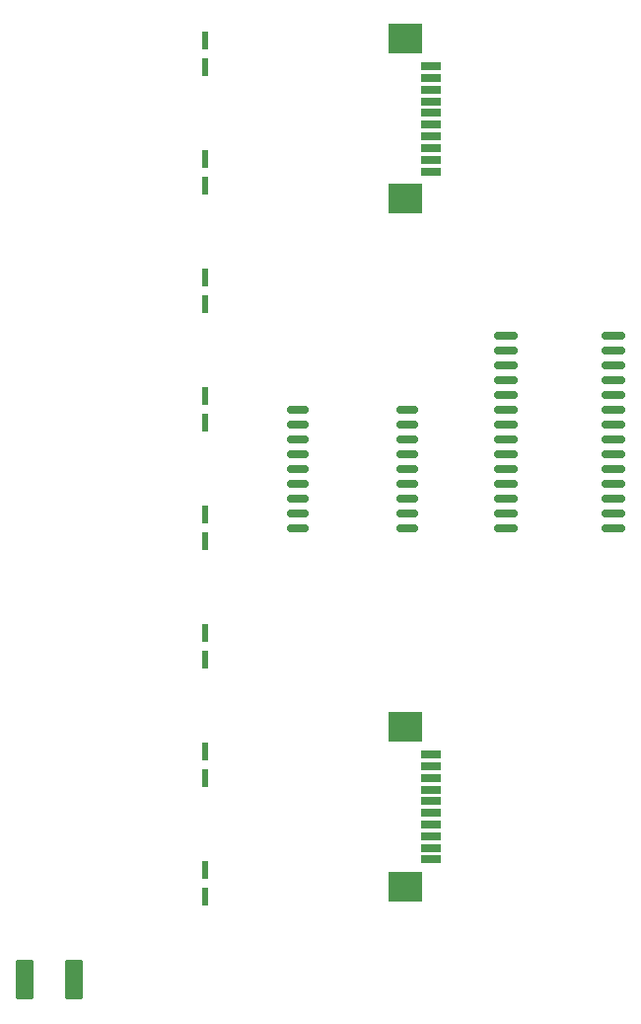
<source format=gbr>
%TF.GenerationSoftware,KiCad,Pcbnew,8.0.3-8.0.3-0~ubuntu22.04.1*%
%TF.CreationDate,2024-10-28T11:06:56+03:00*%
%TF.ProjectId,PM-RQ8,504d2d52-5138-42e6-9b69-6361645f7063,rev?*%
%TF.SameCoordinates,Original*%
%TF.FileFunction,Paste,Top*%
%TF.FilePolarity,Positive*%
%FSLAX46Y46*%
G04 Gerber Fmt 4.6, Leading zero omitted, Abs format (unit mm)*
G04 Created by KiCad (PCBNEW 8.0.3-8.0.3-0~ubuntu22.04.1) date 2024-10-28 11:06:56*
%MOMM*%
%LPD*%
G01*
G04 APERTURE LIST*
G04 Aperture macros list*
%AMRoundRect*
0 Rectangle with rounded corners*
0 $1 Rounding radius*
0 $2 $3 $4 $5 $6 $7 $8 $9 X,Y pos of 4 corners*
0 Add a 4 corners polygon primitive as box body*
4,1,4,$2,$3,$4,$5,$6,$7,$8,$9,$2,$3,0*
0 Add four circle primitives for the rounded corners*
1,1,$1+$1,$2,$3*
1,1,$1+$1,$4,$5*
1,1,$1+$1,$6,$7*
1,1,$1+$1,$8,$9*
0 Add four rect primitives between the rounded corners*
20,1,$1+$1,$2,$3,$4,$5,0*
20,1,$1+$1,$4,$5,$6,$7,0*
20,1,$1+$1,$6,$7,$8,$9,0*
20,1,$1+$1,$8,$9,$2,$3,0*%
G04 Aperture macros list end*
%ADD10R,0.533400X1.524000*%
%ADD11R,1.803400X0.635000*%
%ADD12R,2.997200X2.590800*%
%ADD13RoundRect,0.150000X0.800000X0.150000X-0.800000X0.150000X-0.800000X-0.150000X0.800000X-0.150000X0*%
%ADD14RoundRect,0.150000X0.875000X0.150000X-0.875000X0.150000X-0.875000X-0.150000X0.875000X-0.150000X0*%
%ADD15RoundRect,0.250000X-0.537500X-1.450000X0.537500X-1.450000X0.537500X1.450000X-0.537500X1.450000X0*%
G04 APERTURE END LIST*
D10*
%TO.C,D4*%
X10160000Y3937000D03*
X10160000Y6223000D03*
%TD*%
D11*
%TO.C,J9*%
X29556000Y-24500009D03*
X29556000Y-25500007D03*
X29556000Y-26500005D03*
X29556000Y-27500003D03*
X29556000Y-28500001D03*
X29556000Y-29499999D03*
X29556000Y-30499997D03*
X29556000Y-31499995D03*
X29556000Y-32499993D03*
X29556000Y-33499991D03*
D12*
X27385999Y-22149998D03*
X27385999Y-35850002D03*
%TD*%
D13*
%TO.C,U1*%
X27585000Y-5080000D03*
X27585000Y-3810000D03*
X27585000Y-2540000D03*
X27585000Y-1270000D03*
X27585000Y0D03*
X27585000Y1270000D03*
X27585000Y2540000D03*
X27585000Y3810000D03*
X27585000Y5080000D03*
X18135000Y5080000D03*
X18135000Y3810000D03*
X18135000Y2540000D03*
X18135000Y1270000D03*
X18135000Y0D03*
X18135000Y-1270000D03*
X18135000Y-2540000D03*
X18135000Y-3810000D03*
X18135000Y-5080000D03*
%TD*%
D10*
%TO.C,D8*%
X10160000Y-36703000D03*
X10160000Y-34417000D03*
%TD*%
%TO.C,D1*%
X10160000Y34417000D03*
X10160000Y36703000D03*
%TD*%
%TO.C,D5*%
X10160000Y-6223000D03*
X10160000Y-3937000D03*
%TD*%
%TO.C,D3*%
X10160000Y14097000D03*
X10160000Y16383000D03*
%TD*%
D14*
%TO.C,U2*%
X45290000Y-5080000D03*
X45290000Y-3810000D03*
X45290000Y-2540000D03*
X45290000Y-1270000D03*
X45290000Y0D03*
X45290000Y1270000D03*
X45290000Y2540000D03*
X45290000Y3810000D03*
X45290000Y5080000D03*
X45290000Y6350000D03*
X45290000Y7620000D03*
X45290000Y8890000D03*
X45290000Y10160000D03*
X45290000Y11430000D03*
X35990000Y11430000D03*
X35990000Y10160000D03*
X35990000Y8890000D03*
X35990000Y7620000D03*
X35990000Y6350000D03*
X35990000Y5080000D03*
X35990000Y3810000D03*
X35990000Y2540000D03*
X35990000Y1270000D03*
X35990000Y0D03*
X35990000Y-1270000D03*
X35990000Y-2540000D03*
X35990000Y-3810000D03*
X35990000Y-5080000D03*
%TD*%
D15*
%TO.C,C1*%
X-5312500Y-43815000D03*
X-1037500Y-43815000D03*
%TD*%
D11*
%TO.C,J2*%
X29556000Y34499991D03*
X29556000Y33499993D03*
X29556000Y32499995D03*
X29556000Y31499997D03*
X29556000Y30499999D03*
X29556000Y29500001D03*
X29556000Y28500003D03*
X29556000Y27500005D03*
X29556000Y26500007D03*
X29556000Y25500009D03*
D12*
X27385999Y36850002D03*
X27385999Y23149998D03*
%TD*%
D10*
%TO.C,D7*%
X10160000Y-26543000D03*
X10160000Y-24257000D03*
%TD*%
%TO.C,D6*%
X10160000Y-16383000D03*
X10160000Y-14097000D03*
%TD*%
%TO.C,D2*%
X10160000Y24257000D03*
X10160000Y26543000D03*
%TD*%
M02*

</source>
